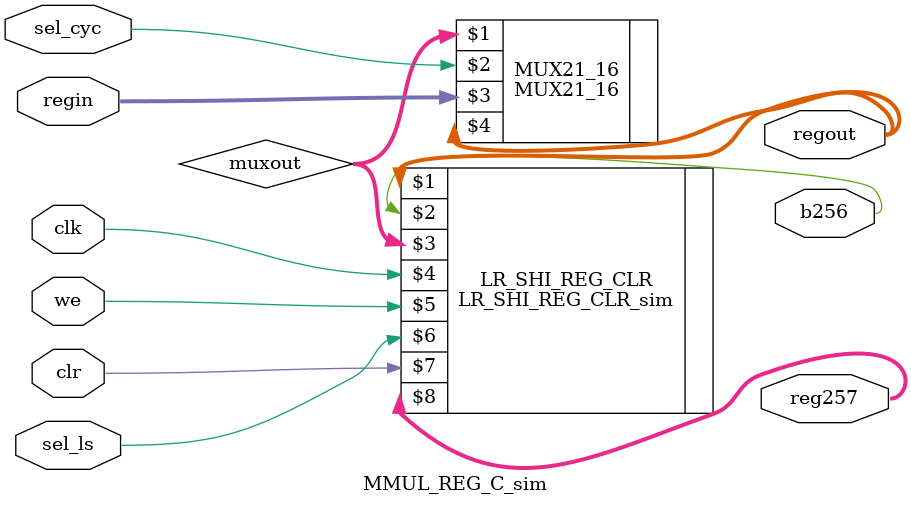
<source format=v>
module  MMUL_REG_C_sim(regout,b256,regin,clk,we,sel_cyc,sel_ls,clr,reg257);
  output [15:0] regout;
  output b256;
  input [15:0] regin;
  input  clk,we,sel_cyc,sel_ls,clr;
  wire [15:0] muxout;
  
  output [256:0] reg257;        

  MUX21_16  MUX21_16(muxout,sel_cyc,regin,regout);//sel_cyc=0,select regin;sel_cyc=1,select regout.
  LR_SHI_REG_CLR_sim  LR_SHI_REG_CLR(regout,b256,muxout,clk,we,sel_ls,clr,reg257);//sel_ls=0,select muxout;sel_ls=1,select left shift.
endmodule
</source>
